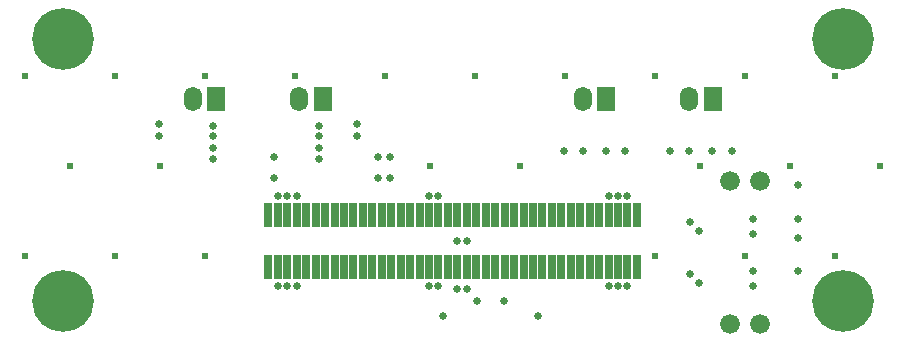
<source format=gbs>
G04*
G04 #@! TF.GenerationSoftware,Altium Limited,Altium Designer,24.2.2 (26)*
G04*
G04 Layer_Color=16711935*
%FSLAX44Y44*%
%MOMM*%
G71*
G04*
G04 #@! TF.SameCoordinates,AE1E6ACB-0CC1-432D-8EAE-CAE1C6468999*
G04*
G04*
G04 #@! TF.FilePolarity,Negative*
G04*
G01*
G75*
%ADD21R,0.6500X2.1500*%
%ADD22O,1.5470X2.0550*%
%ADD23R,1.5470X2.0550*%
%ADD24C,1.6740*%
%ADD25C,5.2300*%
%ADD26C,0.6072*%
%ADD34C,0.6556*%
D21*
X-156000Y-3400D02*
D03*
Y-47400D02*
D03*
X-148000Y-3400D02*
D03*
Y-47400D02*
D03*
X-140000Y-3400D02*
D03*
Y-47400D02*
D03*
X-132000Y-3400D02*
D03*
Y-47400D02*
D03*
X-124000Y-3400D02*
D03*
Y-47400D02*
D03*
X-116000Y-3400D02*
D03*
Y-47400D02*
D03*
X-108000Y-3400D02*
D03*
Y-47400D02*
D03*
X-100000Y-3400D02*
D03*
Y-47400D02*
D03*
X-92000Y-3400D02*
D03*
Y-47400D02*
D03*
X-84000Y-3400D02*
D03*
Y-47400D02*
D03*
X-76000Y-3400D02*
D03*
Y-47400D02*
D03*
X-68000Y-3400D02*
D03*
Y-47400D02*
D03*
X-60000Y-3400D02*
D03*
Y-47400D02*
D03*
X-52000Y-3400D02*
D03*
Y-47400D02*
D03*
X-44000Y-3400D02*
D03*
Y-47400D02*
D03*
X-36000Y-3400D02*
D03*
Y-47400D02*
D03*
X-28000Y-3400D02*
D03*
Y-47400D02*
D03*
X-20000Y-3400D02*
D03*
Y-47400D02*
D03*
X-12000Y-3400D02*
D03*
Y-47400D02*
D03*
X-4000Y-3400D02*
D03*
Y-47400D02*
D03*
X4000Y-3400D02*
D03*
Y-47400D02*
D03*
X12000Y-3400D02*
D03*
Y-47400D02*
D03*
X20000Y-3400D02*
D03*
Y-47400D02*
D03*
X28000Y-3400D02*
D03*
Y-47400D02*
D03*
X36000Y-3400D02*
D03*
Y-47400D02*
D03*
X44000Y-3400D02*
D03*
Y-47400D02*
D03*
X52000Y-3400D02*
D03*
Y-47400D02*
D03*
X60000Y-3400D02*
D03*
Y-47400D02*
D03*
X68000Y-3400D02*
D03*
Y-47400D02*
D03*
X76000Y-3400D02*
D03*
Y-47400D02*
D03*
X84000Y-3400D02*
D03*
Y-47400D02*
D03*
X92000Y-3400D02*
D03*
Y-47400D02*
D03*
X100000Y-3400D02*
D03*
Y-47400D02*
D03*
X108000Y-3400D02*
D03*
Y-47400D02*
D03*
X116000Y-3400D02*
D03*
Y-47400D02*
D03*
X124000Y-3400D02*
D03*
Y-47400D02*
D03*
X132000Y-3400D02*
D03*
Y-47400D02*
D03*
X140000Y-3400D02*
D03*
Y-47400D02*
D03*
X148000Y-3400D02*
D03*
Y-47400D02*
D03*
X156000Y-3400D02*
D03*
Y-47400D02*
D03*
D22*
X200025Y95250D02*
D03*
X110175D02*
D03*
X-130175D02*
D03*
X-220025D02*
D03*
D23*
X220025D02*
D03*
X130175D02*
D03*
X-110175D02*
D03*
X-200025D02*
D03*
D24*
X234950Y25400D02*
D03*
X260350D02*
D03*
Y-95250D02*
D03*
X234950D02*
D03*
D25*
X-330200Y-76200D02*
D03*
X330200D02*
D03*
X330200Y146050D02*
D03*
X-330200D02*
D03*
D26*
X323850Y114300D02*
D03*
X361950Y38100D02*
D03*
X323850Y-38100D02*
D03*
X247650Y114300D02*
D03*
X285750Y38100D02*
D03*
X247650Y-38100D02*
D03*
X171450Y114300D02*
D03*
X209550Y38100D02*
D03*
X171450Y-38100D02*
D03*
X95250Y114300D02*
D03*
X19050D02*
D03*
X57150Y38100D02*
D03*
X-57150Y114300D02*
D03*
X-19050Y38100D02*
D03*
X-133350Y114300D02*
D03*
X-209550D02*
D03*
Y-38100D02*
D03*
X-285750Y114300D02*
D03*
X-247650Y38100D02*
D03*
X-285750Y-38100D02*
D03*
X-361950Y114300D02*
D03*
X-323850Y38100D02*
D03*
X-361950Y-38100D02*
D03*
D34*
X-113350Y63500D02*
D03*
X-63500Y45720D02*
D03*
X-20000Y-63500D02*
D03*
X-12000D02*
D03*
X132000D02*
D03*
Y12700D02*
D03*
X-12000D02*
D03*
X-20000D02*
D03*
X-132000D02*
D03*
X-140000D02*
D03*
X-148000D02*
D03*
X-132000Y-63500D02*
D03*
X-148000D02*
D03*
X-140000D02*
D03*
X148000Y12700D02*
D03*
X140000D02*
D03*
X148000Y-63500D02*
D03*
X140000D02*
D03*
X-81280Y73660D02*
D03*
X-248920Y74295D02*
D03*
X-81280Y63500D02*
D03*
X-113350Y53340D02*
D03*
X-248920Y64135D02*
D03*
X-203200Y63500D02*
D03*
Y53340D02*
D03*
X-151140Y28220D02*
D03*
Y46000D02*
D03*
X12000Y-66000D02*
D03*
X4000D02*
D03*
X12000Y-25000D02*
D03*
X4000D02*
D03*
X-53340Y45720D02*
D03*
Y27940D02*
D03*
X-63500D02*
D03*
X-113350Y44450D02*
D03*
X-8380Y-88900D02*
D03*
X71880D02*
D03*
X292100Y-22098D02*
D03*
Y22352D02*
D03*
X199928Y50897D02*
D03*
X219928D02*
D03*
X110077D02*
D03*
X130077D02*
D03*
X254000Y-6350D02*
D03*
Y-19050D02*
D03*
Y-63500D02*
D03*
Y-50800D02*
D03*
X43180Y-76200D02*
D03*
X20320D02*
D03*
X208280Y-16510D02*
D03*
X200660Y-8890D02*
D03*
Y-53340D02*
D03*
X208280Y-60960D02*
D03*
X292100Y-50800D02*
D03*
Y-6350D02*
D03*
X-113350Y72390D02*
D03*
X-203200D02*
D03*
Y44450D02*
D03*
X236220Y50800D02*
D03*
X93980D02*
D03*
X146050D02*
D03*
X184150D02*
D03*
M02*

</source>
